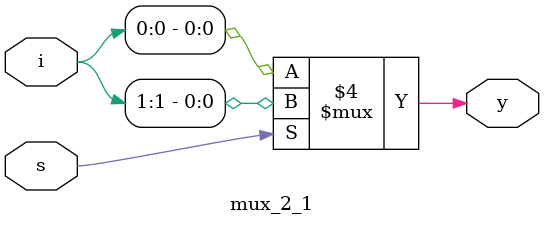
<source format=v>
`timescale 1ns / 1ps
module mux_2_1(i,s,y);
    input [1:0] i;
    input s;
	 output y;
    reg y;
	 always@(i,s)
	 begin
		if(s==1'b0)
			y=i[0];
		else
			y=i[1];
	end
endmodule

</source>
